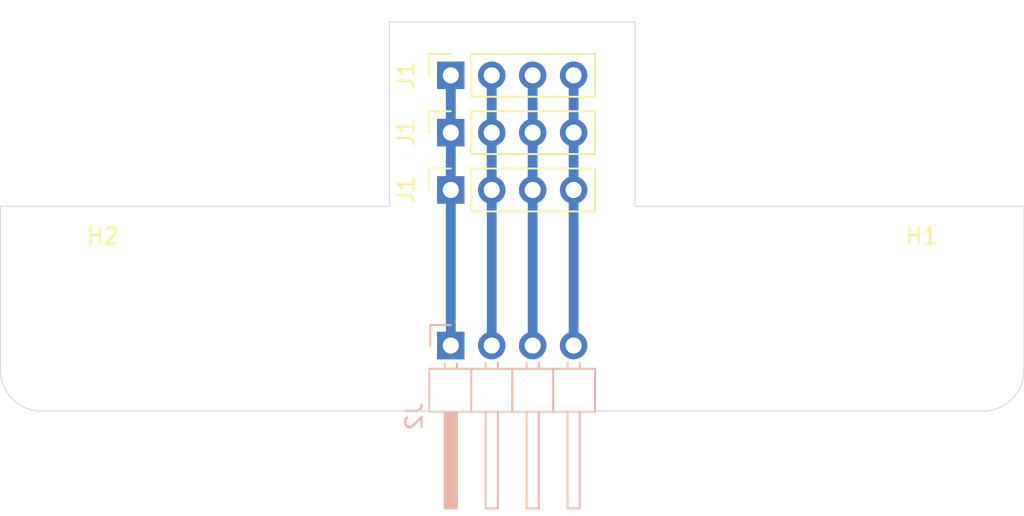
<source format=kicad_pcb>
(kicad_pcb (version 20171130) (host pcbnew 5.1.7-a382d34a8~88~ubuntu18.04.1)

  (general
    (thickness 1.6)
    (drawings 10)
    (tracks 4)
    (zones 0)
    (modules 6)
    (nets 5)
  )

  (page A4)
  (layers
    (0 F.Cu signal)
    (31 B.Cu signal)
    (32 B.Adhes user)
    (33 F.Adhes user)
    (34 B.Paste user)
    (35 F.Paste user)
    (36 B.SilkS user)
    (37 F.SilkS user)
    (38 B.Mask user)
    (39 F.Mask user)
    (40 Dwgs.User user)
    (41 Cmts.User user)
    (42 Eco1.User user)
    (43 Eco2.User user)
    (44 Edge.Cuts user)
    (45 Margin user)
    (46 B.CrtYd user)
    (47 F.CrtYd user)
    (48 B.Fab user)
    (49 F.Fab user)
  )

  (setup
    (last_trace_width 0.6096)
    (trace_clearance 0.2032)
    (zone_clearance 0.508)
    (zone_45_only no)
    (trace_min 0.2)
    (via_size 0.8128)
    (via_drill 0.4064)
    (via_min_size 0.4)
    (via_min_drill 0.3)
    (uvia_size 0.3)
    (uvia_drill 0.1)
    (uvias_allowed no)
    (uvia_min_size 0.2)
    (uvia_min_drill 0.1)
    (edge_width 0.05)
    (segment_width 0.2)
    (pcb_text_width 0.3)
    (pcb_text_size 1.5 1.5)
    (mod_edge_width 0.12)
    (mod_text_size 1 1)
    (mod_text_width 0.15)
    (pad_size 1.524 1.524)
    (pad_drill 0.762)
    (pad_to_mask_clearance 0)
    (aux_axis_origin 0 0)
    (visible_elements FFFFFF7F)
    (pcbplotparams
      (layerselection 0x010fc_ffffffff)
      (usegerberextensions false)
      (usegerberattributes true)
      (usegerberadvancedattributes true)
      (creategerberjobfile true)
      (excludeedgelayer true)
      (linewidth 0.100000)
      (plotframeref false)
      (viasonmask false)
      (mode 1)
      (useauxorigin false)
      (hpglpennumber 1)
      (hpglpenspeed 20)
      (hpglpendiameter 15.000000)
      (psnegative false)
      (psa4output false)
      (plotreference true)
      (plotvalue true)
      (plotinvisibletext false)
      (padsonsilk false)
      (subtractmaskfromsilk false)
      (outputformat 1)
      (mirror false)
      (drillshape 0)
      (scaleselection 1)
      (outputdirectory ""))
  )

  (net 0 "")
  (net 1 "Net-(J1-Pad4)")
  (net 2 "Net-(J1-Pad3)")
  (net 3 "Net-(J1-Pad2)")
  (net 4 "Net-(J1-Pad1)")

  (net_class Default "This is the default net class."
    (clearance 0.2032)
    (trace_width 0.6096)
    (via_dia 0.8128)
    (via_drill 0.4064)
    (uvia_dia 0.3)
    (uvia_drill 0.1)
    (add_net "Net-(J1-Pad1)")
    (add_net "Net-(J1-Pad2)")
    (add_net "Net-(J1-Pad3)")
    (add_net "Net-(J1-Pad4)")
  )

  (module Connector_PinSocket_2.54mm:PinSocket_1x04_P2.54mm_Vertical (layer F.Cu) (tedit 5A19A429) (tstamp 6108CA64)
    (at 135.89 106.934 90)
    (descr "Through hole straight socket strip, 1x04, 2.54mm pitch, single row (from Kicad 4.0.7), script generated")
    (tags "Through hole socket strip THT 1x04 2.54mm single row")
    (path /610A6944)
    (fp_text reference J1 (at 0 -2.77 90) (layer F.SilkS)
      (effects (font (size 1 1) (thickness 0.15)))
    )
    (fp_text value Conn_01x04 (at 0 10.39 90) (layer F.Fab)
      (effects (font (size 1 1) (thickness 0.15)))
    )
    (fp_line (start -1.27 -1.27) (end 0.635 -1.27) (layer F.Fab) (width 0.1))
    (fp_line (start 0.635 -1.27) (end 1.27 -0.635) (layer F.Fab) (width 0.1))
    (fp_line (start 1.27 -0.635) (end 1.27 8.89) (layer F.Fab) (width 0.1))
    (fp_line (start 1.27 8.89) (end -1.27 8.89) (layer F.Fab) (width 0.1))
    (fp_line (start -1.27 8.89) (end -1.27 -1.27) (layer F.Fab) (width 0.1))
    (fp_line (start -1.33 1.27) (end 1.33 1.27) (layer F.SilkS) (width 0.12))
    (fp_line (start -1.33 1.27) (end -1.33 8.95) (layer F.SilkS) (width 0.12))
    (fp_line (start -1.33 8.95) (end 1.33 8.95) (layer F.SilkS) (width 0.12))
    (fp_line (start 1.33 1.27) (end 1.33 8.95) (layer F.SilkS) (width 0.12))
    (fp_line (start 1.33 -1.33) (end 1.33 0) (layer F.SilkS) (width 0.12))
    (fp_line (start 0 -1.33) (end 1.33 -1.33) (layer F.SilkS) (width 0.12))
    (fp_line (start -1.8 -1.8) (end 1.75 -1.8) (layer F.CrtYd) (width 0.05))
    (fp_line (start 1.75 -1.8) (end 1.75 9.4) (layer F.CrtYd) (width 0.05))
    (fp_line (start 1.75 9.4) (end -1.8 9.4) (layer F.CrtYd) (width 0.05))
    (fp_line (start -1.8 9.4) (end -1.8 -1.8) (layer F.CrtYd) (width 0.05))
    (fp_text user %R (at 0 3.81) (layer F.Fab)
      (effects (font (size 1 1) (thickness 0.15)))
    )
    (pad 1 thru_hole rect (at 0 0 90) (size 1.7 1.7) (drill 1) (layers *.Cu *.Mask))
    (pad 2 thru_hole oval (at 0 2.54 90) (size 1.7 1.7) (drill 1) (layers *.Cu *.Mask))
    (pad 3 thru_hole oval (at 0 5.08 90) (size 1.7 1.7) (drill 1) (layers *.Cu *.Mask))
    (pad 4 thru_hole oval (at 0 7.62 90) (size 1.7 1.7) (drill 1) (layers *.Cu *.Mask))
    (model ${KISYS3DMOD}/Connector_PinSocket_2.54mm.3dshapes/PinSocket_1x04_P2.54mm_Vertical.wrl
      (at (xyz 0 0 0))
      (scale (xyz 1 1 1))
      (rotate (xyz 0 0 0))
    )
  )

  (module Connector_PinSocket_2.54mm:PinSocket_1x04_P2.54mm_Vertical (layer F.Cu) (tedit 5A19A429) (tstamp 6108CA64)
    (at 135.89 103.378 90)
    (descr "Through hole straight socket strip, 1x04, 2.54mm pitch, single row (from Kicad 4.0.7), script generated")
    (tags "Through hole socket strip THT 1x04 2.54mm single row")
    (path /610A6944)
    (fp_text reference J1 (at 0 -2.77 90) (layer F.SilkS)
      (effects (font (size 1 1) (thickness 0.15)))
    )
    (fp_text value Conn_01x04 (at 0 10.39 90) (layer F.Fab)
      (effects (font (size 1 1) (thickness 0.15)))
    )
    (fp_line (start -1.27 -1.27) (end 0.635 -1.27) (layer F.Fab) (width 0.1))
    (fp_line (start 0.635 -1.27) (end 1.27 -0.635) (layer F.Fab) (width 0.1))
    (fp_line (start 1.27 -0.635) (end 1.27 8.89) (layer F.Fab) (width 0.1))
    (fp_line (start 1.27 8.89) (end -1.27 8.89) (layer F.Fab) (width 0.1))
    (fp_line (start -1.27 8.89) (end -1.27 -1.27) (layer F.Fab) (width 0.1))
    (fp_line (start -1.33 1.27) (end 1.33 1.27) (layer F.SilkS) (width 0.12))
    (fp_line (start -1.33 1.27) (end -1.33 8.95) (layer F.SilkS) (width 0.12))
    (fp_line (start -1.33 8.95) (end 1.33 8.95) (layer F.SilkS) (width 0.12))
    (fp_line (start 1.33 1.27) (end 1.33 8.95) (layer F.SilkS) (width 0.12))
    (fp_line (start 1.33 -1.33) (end 1.33 0) (layer F.SilkS) (width 0.12))
    (fp_line (start 0 -1.33) (end 1.33 -1.33) (layer F.SilkS) (width 0.12))
    (fp_line (start -1.8 -1.8) (end 1.75 -1.8) (layer F.CrtYd) (width 0.05))
    (fp_line (start 1.75 -1.8) (end 1.75 9.4) (layer F.CrtYd) (width 0.05))
    (fp_line (start 1.75 9.4) (end -1.8 9.4) (layer F.CrtYd) (width 0.05))
    (fp_line (start -1.8 9.4) (end -1.8 -1.8) (layer F.CrtYd) (width 0.05))
    (fp_text user %R (at 0 3.81) (layer F.Fab)
      (effects (font (size 1 1) (thickness 0.15)))
    )
    (pad 1 thru_hole rect (at 0 0 90) (size 1.7 1.7) (drill 1) (layers *.Cu *.Mask))
    (pad 2 thru_hole oval (at 0 2.54 90) (size 1.7 1.7) (drill 1) (layers *.Cu *.Mask))
    (pad 3 thru_hole oval (at 0 5.08 90) (size 1.7 1.7) (drill 1) (layers *.Cu *.Mask))
    (pad 4 thru_hole oval (at 0 7.62 90) (size 1.7 1.7) (drill 1) (layers *.Cu *.Mask))
    (model ${KISYS3DMOD}/Connector_PinSocket_2.54mm.3dshapes/PinSocket_1x04_P2.54mm_Vertical.wrl
      (at (xyz 0 0 0))
      (scale (xyz 1 1 1))
      (rotate (xyz 0 0 0))
    )
  )

  (module Connector_PinHeader_2.54mm:PinHeader_1x04_P2.54mm_Horizontal (layer B.Cu) (tedit 59FED5CB) (tstamp 6108C7C9)
    (at 135.89 116.586 270)
    (descr "Through hole angled pin header, 1x04, 2.54mm pitch, 6mm pin length, single row")
    (tags "Through hole angled pin header THT 1x04 2.54mm single row")
    (path /610A59AF)
    (fp_text reference J2 (at 4.385 2.27 90) (layer B.SilkS)
      (effects (font (size 1 1) (thickness 0.15)) (justify mirror))
    )
    (fp_text value Conn_01x04 (at 4.385 -9.89 90) (layer B.Fab)
      (effects (font (size 1 1) (thickness 0.15)) (justify mirror))
    )
    (fp_text user %R (at 2.77 -3.81 180) (layer B.Fab)
      (effects (font (size 1 1) (thickness 0.15)) (justify mirror))
    )
    (fp_line (start 2.135 1.27) (end 4.04 1.27) (layer B.Fab) (width 0.1))
    (fp_line (start 4.04 1.27) (end 4.04 -8.89) (layer B.Fab) (width 0.1))
    (fp_line (start 4.04 -8.89) (end 1.5 -8.89) (layer B.Fab) (width 0.1))
    (fp_line (start 1.5 -8.89) (end 1.5 0.635) (layer B.Fab) (width 0.1))
    (fp_line (start 1.5 0.635) (end 2.135 1.27) (layer B.Fab) (width 0.1))
    (fp_line (start -0.32 0.32) (end 1.5 0.32) (layer B.Fab) (width 0.1))
    (fp_line (start -0.32 0.32) (end -0.32 -0.32) (layer B.Fab) (width 0.1))
    (fp_line (start -0.32 -0.32) (end 1.5 -0.32) (layer B.Fab) (width 0.1))
    (fp_line (start 4.04 0.32) (end 10.04 0.32) (layer B.Fab) (width 0.1))
    (fp_line (start 10.04 0.32) (end 10.04 -0.32) (layer B.Fab) (width 0.1))
    (fp_line (start 4.04 -0.32) (end 10.04 -0.32) (layer B.Fab) (width 0.1))
    (fp_line (start -0.32 -2.22) (end 1.5 -2.22) (layer B.Fab) (width 0.1))
    (fp_line (start -0.32 -2.22) (end -0.32 -2.86) (layer B.Fab) (width 0.1))
    (fp_line (start -0.32 -2.86) (end 1.5 -2.86) (layer B.Fab) (width 0.1))
    (fp_line (start 4.04 -2.22) (end 10.04 -2.22) (layer B.Fab) (width 0.1))
    (fp_line (start 10.04 -2.22) (end 10.04 -2.86) (layer B.Fab) (width 0.1))
    (fp_line (start 4.04 -2.86) (end 10.04 -2.86) (layer B.Fab) (width 0.1))
    (fp_line (start -0.32 -4.76) (end 1.5 -4.76) (layer B.Fab) (width 0.1))
    (fp_line (start -0.32 -4.76) (end -0.32 -5.4) (layer B.Fab) (width 0.1))
    (fp_line (start -0.32 -5.4) (end 1.5 -5.4) (layer B.Fab) (width 0.1))
    (fp_line (start 4.04 -4.76) (end 10.04 -4.76) (layer B.Fab) (width 0.1))
    (fp_line (start 10.04 -4.76) (end 10.04 -5.4) (layer B.Fab) (width 0.1))
    (fp_line (start 4.04 -5.4) (end 10.04 -5.4) (layer B.Fab) (width 0.1))
    (fp_line (start -0.32 -7.3) (end 1.5 -7.3) (layer B.Fab) (width 0.1))
    (fp_line (start -0.32 -7.3) (end -0.32 -7.94) (layer B.Fab) (width 0.1))
    (fp_line (start -0.32 -7.94) (end 1.5 -7.94) (layer B.Fab) (width 0.1))
    (fp_line (start 4.04 -7.3) (end 10.04 -7.3) (layer B.Fab) (width 0.1))
    (fp_line (start 10.04 -7.3) (end 10.04 -7.94) (layer B.Fab) (width 0.1))
    (fp_line (start 4.04 -7.94) (end 10.04 -7.94) (layer B.Fab) (width 0.1))
    (fp_line (start 1.44 1.33) (end 1.44 -8.95) (layer B.SilkS) (width 0.12))
    (fp_line (start 1.44 -8.95) (end 4.1 -8.95) (layer B.SilkS) (width 0.12))
    (fp_line (start 4.1 -8.95) (end 4.1 1.33) (layer B.SilkS) (width 0.12))
    (fp_line (start 4.1 1.33) (end 1.44 1.33) (layer B.SilkS) (width 0.12))
    (fp_line (start 4.1 0.38) (end 10.1 0.38) (layer B.SilkS) (width 0.12))
    (fp_line (start 10.1 0.38) (end 10.1 -0.38) (layer B.SilkS) (width 0.12))
    (fp_line (start 10.1 -0.38) (end 4.1 -0.38) (layer B.SilkS) (width 0.12))
    (fp_line (start 4.1 0.32) (end 10.1 0.32) (layer B.SilkS) (width 0.12))
    (fp_line (start 4.1 0.2) (end 10.1 0.2) (layer B.SilkS) (width 0.12))
    (fp_line (start 4.1 0.08) (end 10.1 0.08) (layer B.SilkS) (width 0.12))
    (fp_line (start 4.1 -0.04) (end 10.1 -0.04) (layer B.SilkS) (width 0.12))
    (fp_line (start 4.1 -0.16) (end 10.1 -0.16) (layer B.SilkS) (width 0.12))
    (fp_line (start 4.1 -0.28) (end 10.1 -0.28) (layer B.SilkS) (width 0.12))
    (fp_line (start 1.11 0.38) (end 1.44 0.38) (layer B.SilkS) (width 0.12))
    (fp_line (start 1.11 -0.38) (end 1.44 -0.38) (layer B.SilkS) (width 0.12))
    (fp_line (start 1.44 -1.27) (end 4.1 -1.27) (layer B.SilkS) (width 0.12))
    (fp_line (start 4.1 -2.16) (end 10.1 -2.16) (layer B.SilkS) (width 0.12))
    (fp_line (start 10.1 -2.16) (end 10.1 -2.92) (layer B.SilkS) (width 0.12))
    (fp_line (start 10.1 -2.92) (end 4.1 -2.92) (layer B.SilkS) (width 0.12))
    (fp_line (start 1.042929 -2.16) (end 1.44 -2.16) (layer B.SilkS) (width 0.12))
    (fp_line (start 1.042929 -2.92) (end 1.44 -2.92) (layer B.SilkS) (width 0.12))
    (fp_line (start 1.44 -3.81) (end 4.1 -3.81) (layer B.SilkS) (width 0.12))
    (fp_line (start 4.1 -4.7) (end 10.1 -4.7) (layer B.SilkS) (width 0.12))
    (fp_line (start 10.1 -4.7) (end 10.1 -5.46) (layer B.SilkS) (width 0.12))
    (fp_line (start 10.1 -5.46) (end 4.1 -5.46) (layer B.SilkS) (width 0.12))
    (fp_line (start 1.042929 -4.7) (end 1.44 -4.7) (layer B.SilkS) (width 0.12))
    (fp_line (start 1.042929 -5.46) (end 1.44 -5.46) (layer B.SilkS) (width 0.12))
    (fp_line (start 1.44 -6.35) (end 4.1 -6.35) (layer B.SilkS) (width 0.12))
    (fp_line (start 4.1 -7.24) (end 10.1 -7.24) (layer B.SilkS) (width 0.12))
    (fp_line (start 10.1 -7.24) (end 10.1 -8) (layer B.SilkS) (width 0.12))
    (fp_line (start 10.1 -8) (end 4.1 -8) (layer B.SilkS) (width 0.12))
    (fp_line (start 1.042929 -7.24) (end 1.44 -7.24) (layer B.SilkS) (width 0.12))
    (fp_line (start 1.042929 -8) (end 1.44 -8) (layer B.SilkS) (width 0.12))
    (fp_line (start -1.27 0) (end -1.27 1.27) (layer B.SilkS) (width 0.12))
    (fp_line (start -1.27 1.27) (end 0 1.27) (layer B.SilkS) (width 0.12))
    (fp_line (start -1.8 1.8) (end -1.8 -9.4) (layer B.CrtYd) (width 0.05))
    (fp_line (start -1.8 -9.4) (end 10.55 -9.4) (layer B.CrtYd) (width 0.05))
    (fp_line (start 10.55 -9.4) (end 10.55 1.8) (layer B.CrtYd) (width 0.05))
    (fp_line (start 10.55 1.8) (end -1.8 1.8) (layer B.CrtYd) (width 0.05))
    (pad 4 thru_hole oval (at 0 -7.62 270) (size 1.7 1.7) (drill 1) (layers *.Cu *.Mask)
      (net 1 "Net-(J1-Pad4)"))
    (pad 3 thru_hole oval (at 0 -5.08 270) (size 1.7 1.7) (drill 1) (layers *.Cu *.Mask)
      (net 2 "Net-(J1-Pad3)"))
    (pad 2 thru_hole oval (at 0 -2.54 270) (size 1.7 1.7) (drill 1) (layers *.Cu *.Mask)
      (net 3 "Net-(J1-Pad2)"))
    (pad 1 thru_hole rect (at 0 0 270) (size 1.7 1.7) (drill 1) (layers *.Cu *.Mask)
      (net 4 "Net-(J1-Pad1)"))
    (model ${KISYS3DMOD}/Connector_PinHeader_2.54mm.3dshapes/PinHeader_1x04_P2.54mm_Horizontal.wrl
      (at (xyz 0 0 0))
      (scale (xyz 1 1 1))
      (rotate (xyz 0 0 0))
    )
  )

  (module Connector_PinSocket_2.54mm:PinSocket_1x04_P2.54mm_Vertical (layer F.Cu) (tedit 5A19A429) (tstamp 6108C77C)
    (at 135.89 99.822 90)
    (descr "Through hole straight socket strip, 1x04, 2.54mm pitch, single row (from Kicad 4.0.7), script generated")
    (tags "Through hole socket strip THT 1x04 2.54mm single row")
    (path /610A6944)
    (fp_text reference J1 (at 0 -2.77 90) (layer F.SilkS)
      (effects (font (size 1 1) (thickness 0.15)))
    )
    (fp_text value Conn_01x04 (at 0 10.39 90) (layer F.Fab)
      (effects (font (size 1 1) (thickness 0.15)))
    )
    (fp_text user %R (at 0 3.81) (layer F.Fab)
      (effects (font (size 1 1) (thickness 0.15)))
    )
    (fp_line (start -1.27 -1.27) (end 0.635 -1.27) (layer F.Fab) (width 0.1))
    (fp_line (start 0.635 -1.27) (end 1.27 -0.635) (layer F.Fab) (width 0.1))
    (fp_line (start 1.27 -0.635) (end 1.27 8.89) (layer F.Fab) (width 0.1))
    (fp_line (start 1.27 8.89) (end -1.27 8.89) (layer F.Fab) (width 0.1))
    (fp_line (start -1.27 8.89) (end -1.27 -1.27) (layer F.Fab) (width 0.1))
    (fp_line (start -1.33 1.27) (end 1.33 1.27) (layer F.SilkS) (width 0.12))
    (fp_line (start -1.33 1.27) (end -1.33 8.95) (layer F.SilkS) (width 0.12))
    (fp_line (start -1.33 8.95) (end 1.33 8.95) (layer F.SilkS) (width 0.12))
    (fp_line (start 1.33 1.27) (end 1.33 8.95) (layer F.SilkS) (width 0.12))
    (fp_line (start 1.33 -1.33) (end 1.33 0) (layer F.SilkS) (width 0.12))
    (fp_line (start 0 -1.33) (end 1.33 -1.33) (layer F.SilkS) (width 0.12))
    (fp_line (start -1.8 -1.8) (end 1.75 -1.8) (layer F.CrtYd) (width 0.05))
    (fp_line (start 1.75 -1.8) (end 1.75 9.4) (layer F.CrtYd) (width 0.05))
    (fp_line (start 1.75 9.4) (end -1.8 9.4) (layer F.CrtYd) (width 0.05))
    (fp_line (start -1.8 9.4) (end -1.8 -1.8) (layer F.CrtYd) (width 0.05))
    (pad 4 thru_hole oval (at 0 7.62 90) (size 1.7 1.7) (drill 1) (layers *.Cu *.Mask)
      (net 1 "Net-(J1-Pad4)"))
    (pad 3 thru_hole oval (at 0 5.08 90) (size 1.7 1.7) (drill 1) (layers *.Cu *.Mask)
      (net 2 "Net-(J1-Pad3)"))
    (pad 2 thru_hole oval (at 0 2.54 90) (size 1.7 1.7) (drill 1) (layers *.Cu *.Mask)
      (net 3 "Net-(J1-Pad2)"))
    (pad 1 thru_hole rect (at 0 0 90) (size 1.7 1.7) (drill 1) (layers *.Cu *.Mask)
      (net 4 "Net-(J1-Pad1)"))
    (model ${KISYS3DMOD}/Connector_PinSocket_2.54mm.3dshapes/PinSocket_1x04_P2.54mm_Vertical.wrl
      (at (xyz 0 0 0))
      (scale (xyz 1 1 1))
      (rotate (xyz 0 0 0))
    )
  )

  (module MountingHole:MountingHole_3.5mm (layer F.Cu) (tedit 56D1B4CB) (tstamp 6108C852)
    (at 114.3 114.3)
    (descr "Mounting Hole 3.5mm, no annular")
    (tags "mounting hole 3.5mm no annular")
    (path /610A7FB9)
    (attr virtual)
    (fp_text reference H2 (at 0 -4.5) (layer F.SilkS)
      (effects (font (size 1 1) (thickness 0.15)))
    )
    (fp_text value MountingHole (at 0 4.5) (layer F.Fab)
      (effects (font (size 1 1) (thickness 0.15)))
    )
    (fp_text user %R (at 0.3 0) (layer F.Fab)
      (effects (font (size 1 1) (thickness 0.15)))
    )
    (fp_circle (center 0 0) (end 3.5 0) (layer Cmts.User) (width 0.15))
    (fp_circle (center 0 0) (end 3.75 0) (layer F.CrtYd) (width 0.05))
    (pad 1 np_thru_hole circle (at 0 0) (size 3.5 3.5) (drill 3.5) (layers *.Cu *.Mask))
  )

  (module MountingHole:MountingHole_3.5mm (layer F.Cu) (tedit 56D1B4CB) (tstamp 6108C75C)
    (at 165.1 114.3)
    (descr "Mounting Hole 3.5mm, no annular")
    (tags "mounting hole 3.5mm no annular")
    (path /610A7BD5)
    (attr virtual)
    (fp_text reference H1 (at 0 -4.5) (layer F.SilkS)
      (effects (font (size 1 1) (thickness 0.15)))
    )
    (fp_text value MountingHole (at 0 4.5) (layer F.Fab)
      (effects (font (size 1 1) (thickness 0.15)))
    )
    (fp_text user %R (at 0.3 0) (layer F.Fab)
      (effects (font (size 1 1) (thickness 0.15)))
    )
    (fp_circle (center 0 0) (end 3.5 0) (layer Cmts.User) (width 0.15))
    (fp_circle (center 0 0) (end 3.75 0) (layer F.CrtYd) (width 0.05))
    (pad 1 np_thru_hole circle (at 0 0) (size 3.5 3.5) (drill 3.5) (layers *.Cu *.Mask))
  )

  (gr_arc (start 168.91 118.11) (end 168.91 120.65) (angle -90) (layer Edge.Cuts) (width 0.05))
  (gr_arc (start 110.49 118.11) (end 107.95 118.11) (angle -90) (layer Edge.Cuts) (width 0.05))
  (gr_line (start 107.95 107.95) (end 107.95 118.11) (layer Edge.Cuts) (width 0.05))
  (gr_line (start 132.08 107.95) (end 107.95 107.95) (layer Edge.Cuts) (width 0.05))
  (gr_line (start 132.08 96.52) (end 132.08 107.95) (layer Edge.Cuts) (width 0.05))
  (gr_line (start 147.32 96.52) (end 132.08 96.52) (layer Edge.Cuts) (width 0.05))
  (gr_line (start 147.32 107.95) (end 147.32 96.52) (layer Edge.Cuts) (width 0.05))
  (gr_line (start 171.45 107.95) (end 147.32 107.95) (layer Edge.Cuts) (width 0.05))
  (gr_line (start 171.45 118.11) (end 171.45 107.95) (layer Edge.Cuts) (width 0.05))
  (gr_line (start 110.49 120.65) (end 168.91 120.65) (layer Edge.Cuts) (width 0.05))

  (segment (start 143.51 116.586) (end 143.51 99.822) (width 0.6096) (layer B.Cu) (net 1))
  (segment (start 140.97 116.586) (end 140.97 99.822) (width 0.6096) (layer B.Cu) (net 2))
  (segment (start 138.43 99.822) (end 138.43 116.586) (width 0.6096) (layer B.Cu) (net 3))
  (segment (start 135.89 99.822) (end 135.89 116.586) (width 0.6096) (layer B.Cu) (net 4))

)

</source>
